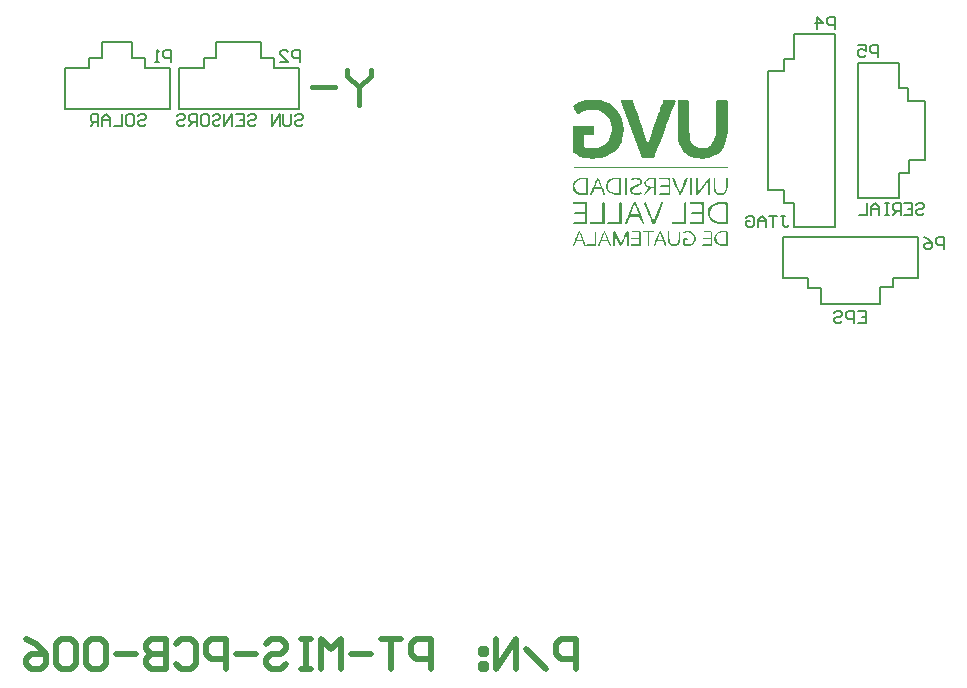
<source format=gbo>
G04*
G04 #@! TF.GenerationSoftware,Altium Limited,Altium Designer,18.1.9 (240)*
G04*
G04 Layer_Color=32896*
%FSLAX25Y25*%
%MOIN*%
G70*
G01*
G75*
%ADD10C,0.00591*%
%ADD39C,0.02000*%
%ADD45C,0.01575*%
G36*
X227200Y213441D02*
X226585Y211749D01*
X225970Y210211D01*
X225431Y208750D01*
X224970Y207366D01*
X224432Y206059D01*
X224047Y204906D01*
X223586Y203753D01*
X223201Y202753D01*
X222817Y201830D01*
X222510Y200908D01*
X221894Y199370D01*
X221433Y198140D01*
X220972Y197063D01*
X220664Y196294D01*
X220433Y195602D01*
X220203Y195141D01*
X220049Y194833D01*
X219972Y194603D01*
X219895Y194526D01*
Y194449D01*
X216051D01*
X208900Y213133D01*
Y213441D01*
X208977Y213518D01*
X209054Y213595D01*
X212744D01*
X212821Y213518D01*
X212898Y213441D01*
X213052Y212979D01*
X213359Y212287D01*
X213667Y211365D01*
X214052Y210288D01*
X214513Y209058D01*
X214974Y207751D01*
X215436Y206444D01*
X215897Y205060D01*
X216281Y203753D01*
X216743Y202522D01*
X217050Y201446D01*
X217358Y200523D01*
X217588Y199831D01*
X217742Y199370D01*
X217819Y199293D01*
Y199216D01*
X218127D01*
X218588Y200523D01*
X218972Y201753D01*
X219357Y202907D01*
X219665Y203983D01*
X220356Y205906D01*
X220895Y207520D01*
X221356Y208904D01*
X221817Y210057D01*
X222125Y211057D01*
X222433Y211826D01*
X222663Y212364D01*
X222817Y212826D01*
X222971Y213133D01*
X223048Y213364D01*
X223125Y213518D01*
X223201Y213595D01*
X227046D01*
X227200Y213441D01*
D02*
G37*
G36*
X244500Y213287D02*
Y203137D01*
X244423Y201523D01*
X244115Y200139D01*
X243731Y198985D01*
X243270Y197909D01*
X242655Y197063D01*
X241963Y196371D01*
X241194Y195756D01*
X240425Y195295D01*
X239733Y194910D01*
X238964Y194603D01*
X238272Y194449D01*
X237657Y194295D01*
X237195Y194218D01*
X236734Y194141D01*
X235965D01*
X234658Y194218D01*
X234043Y194295D01*
X233428Y194449D01*
X232966Y194526D01*
X232582Y194603D01*
X232351Y194679D01*
X232275D01*
X231506Y195064D01*
X230814Y195602D01*
X230275Y196141D01*
X229737Y196679D01*
X229276Y197294D01*
X228968Y197909D01*
X228430Y199139D01*
X228122Y200292D01*
X227969Y201292D01*
X227892Y201600D01*
Y201907D01*
Y202061D01*
Y202138D01*
Y213287D01*
X228122Y213595D01*
X231352D01*
X231582Y213287D01*
Y204906D01*
X231890Y200600D01*
X232351Y199601D01*
X232966Y198832D01*
X233659Y198370D01*
X234350Y197986D01*
X234966Y197755D01*
X235504Y197678D01*
X235811Y197601D01*
X235965D01*
X236811Y197678D01*
X237503Y197832D01*
X238118Y198063D01*
X238656Y198447D01*
X239041Y198832D01*
X239425Y199293D01*
X239964Y200216D01*
X240348Y201215D01*
X240502Y201984D01*
X240579Y202368D01*
Y202599D01*
Y202753D01*
Y202830D01*
Y213287D01*
X240809Y213595D01*
X244269D01*
X244500Y213287D01*
D02*
G37*
G36*
X202364Y213595D02*
X203671Y213133D01*
X204825Y212595D01*
X205824Y211980D01*
X206670Y211288D01*
X207362Y210519D01*
X207977Y209750D01*
X208516Y208904D01*
X208900Y208135D01*
X209208Y207366D01*
X209438Y206674D01*
X209592Y205982D01*
X209669Y205367D01*
X209746Y204906D01*
X209823Y204521D01*
Y204291D01*
Y204214D01*
Y203829D01*
X209746Y202215D01*
X209592Y201523D01*
X209438Y200908D01*
X209361Y200369D01*
X209208Y199985D01*
X209131Y199754D01*
Y199677D01*
X208669Y198678D01*
X208131Y197832D01*
X207439Y197140D01*
X206747Y196448D01*
X205978Y195910D01*
X205209Y195525D01*
X204363Y195141D01*
X203594Y194833D01*
X202134Y194449D01*
X201442Y194295D01*
X200827Y194218D01*
X200365D01*
X199981Y194141D01*
X199366D01*
X197828Y194218D01*
X196598Y194449D01*
X195444Y194833D01*
X194598Y195218D01*
X193906Y195525D01*
X193445Y195910D01*
X193138Y196141D01*
X193061Y196217D01*
Y204906D01*
X193291Y205137D01*
X199673D01*
X199904Y204906D01*
Y202138D01*
X196751D01*
Y198140D01*
X196828Y197986D01*
X197136Y197832D01*
X197597Y197755D01*
X198058Y197678D01*
X198520D01*
X198981Y197601D01*
X199366D01*
X200211Y197678D01*
X200750D01*
X201211Y197755D01*
X201519Y197832D01*
X201672Y197909D01*
X201749D01*
X201826Y197986D01*
X202518Y198293D01*
X203133Y198601D01*
X203671Y198985D01*
X204133Y199447D01*
X204825Y200369D01*
X205286Y201446D01*
X205594Y202368D01*
X205747Y203137D01*
X205824Y203445D01*
Y203676D01*
Y203829D01*
Y203906D01*
X205594Y206136D01*
X205286Y206905D01*
X204902Y207597D01*
X204440Y208135D01*
X203979Y208597D01*
X202979Y209366D01*
X202057Y209904D01*
X201134Y210211D01*
X200365Y210365D01*
X200058Y210442D01*
X199673D01*
X198597Y210365D01*
X197597Y210211D01*
X196751Y209981D01*
X195982Y209673D01*
X195367Y209366D01*
X194906Y209135D01*
X194598Y208981D01*
X194521Y208904D01*
X194368Y209058D01*
X194137Y209366D01*
X193906Y209827D01*
X193599Y210365D01*
X193368Y210826D01*
X193138Y211288D01*
X192984Y211595D01*
X192907Y211749D01*
X193906Y212441D01*
X194906Y212979D01*
X195905Y213287D01*
X196828Y213595D01*
X197674Y213748D01*
X198366Y213825D01*
X199904D01*
X202364Y213595D01*
D02*
G37*
G36*
X244500Y191296D02*
X244269Y190989D01*
X193061D01*
X192907Y191143D01*
X193138Y191373D01*
X244423D01*
X244500Y191296D01*
D02*
G37*
G36*
X238580Y187529D02*
Y182300D01*
X238349Y182070D01*
X238041Y182300D01*
Y186606D01*
X237964D01*
X237426Y185837D01*
X236888Y185222D01*
X236503Y184607D01*
X236119Y184146D01*
X235504Y183300D01*
X234966Y182762D01*
X234658Y182377D01*
X234504Y182223D01*
X234350Y182070D01*
X234197D01*
X233966Y182300D01*
Y187529D01*
X234197Y187836D01*
X234504Y187529D01*
Y183146D01*
X238195Y187836D01*
X238349D01*
X238580Y187529D01*
D02*
G37*
G36*
X231198Y187682D02*
X230814Y186683D01*
X230506Y185837D01*
X230199Y185068D01*
X229891Y184453D01*
X229660Y183915D01*
X229506Y183454D01*
X229276Y183069D01*
X229122Y182762D01*
X228968Y182377D01*
X228814Y182147D01*
X228738Y182070D01*
X228584D01*
X228430Y182223D01*
X228276Y182531D01*
X227892Y183223D01*
X227507Y184146D01*
X227046Y185145D01*
X226661Y186068D01*
X226354Y186914D01*
X226200Y187221D01*
X226123Y187452D01*
X226046Y187606D01*
Y187682D01*
X226200D01*
X226354Y187836D01*
X226508D01*
X226585Y187759D01*
X226661Y187606D01*
X226815Y187375D01*
X226969Y187067D01*
X227277Y186222D01*
X227661Y185376D01*
X227969Y184453D01*
X228276Y183607D01*
X228430Y183300D01*
X228507Y183069D01*
X228584Y182915D01*
Y182838D01*
X228738D01*
X229045Y183684D01*
X229276Y184453D01*
X229583Y185145D01*
X229737Y185760D01*
X229968Y186222D01*
X230122Y186606D01*
X230352Y187221D01*
X230583Y187606D01*
X230660Y187759D01*
X230737Y187836D01*
X231044D01*
X231198Y187682D01*
D02*
G37*
G36*
X244500Y187529D02*
Y184684D01*
X244423Y183761D01*
X244115Y183069D01*
X243731Y182608D01*
X243347Y182300D01*
X242885Y182070D01*
X242578Y181993D01*
X242270Y181916D01*
X242193D01*
X241424Y182070D01*
X240886Y182300D01*
X240425Y182685D01*
X240194Y183069D01*
X240040Y183454D01*
X239887Y183761D01*
Y183992D01*
Y184069D01*
Y187529D01*
X240117Y187836D01*
X240425Y187529D01*
Y184376D01*
X240502Y183838D01*
X240655Y183377D01*
X240963Y182992D01*
X241194Y182762D01*
X241501Y182608D01*
X241809Y182531D01*
X241963Y182454D01*
X242039D01*
X242655Y182531D01*
X243116Y182838D01*
X243500Y183223D01*
X243731Y183607D01*
X243885Y184069D01*
X243962Y184376D01*
Y184684D01*
Y184761D01*
Y187529D01*
X244269Y187836D01*
X244500Y187529D01*
D02*
G37*
G36*
X232582D02*
Y182300D01*
X232275Y182070D01*
X232044Y182300D01*
Y187529D01*
X232275Y187836D01*
X232582Y187529D01*
D02*
G37*
G36*
X225431D02*
Y182300D01*
X225124Y182070D01*
X221971D01*
X221664Y182300D01*
X221971Y182608D01*
X224586D01*
X224816Y182838D01*
Y184684D01*
X222202D01*
X221971Y184915D01*
X222202Y185222D01*
X224816D01*
Y186990D01*
X224586Y187298D01*
X221971D01*
X221664Y187529D01*
X221971Y187836D01*
X225124D01*
X225431Y187529D01*
D02*
G37*
G36*
X220741D02*
Y182300D01*
X220433Y182070D01*
X220126Y182300D01*
Y184376D01*
X218896D01*
X216973Y182070D01*
X216743D01*
X216589Y182147D01*
X217973Y184222D01*
Y184530D01*
X217588Y184607D01*
X217358Y184761D01*
X216973Y185376D01*
X216743Y185914D01*
Y186068D01*
Y186145D01*
X216897Y186683D01*
X217204Y187144D01*
X217742Y187452D01*
X218281Y187606D01*
X218896Y187759D01*
X219434Y187836D01*
X220433D01*
X220741Y187529D01*
D02*
G37*
G36*
X210899Y182300D02*
X210668Y182070D01*
X210361Y182300D01*
Y187529D01*
X210668Y187836D01*
X210899D01*
Y182300D01*
D02*
G37*
G36*
X208977Y187529D02*
Y182300D01*
X208746Y182070D01*
X207516D01*
X206901Y182147D01*
X206363Y182223D01*
X205517Y182531D01*
X204902Y182838D01*
X204517Y183223D01*
X204210Y183607D01*
X204133Y183915D01*
X204056Y184146D01*
Y184222D01*
Y185607D01*
X204133Y185991D01*
X204210Y186375D01*
X204748Y186914D01*
X205363Y187298D01*
X206132Y187529D01*
X206978Y187759D01*
X207593Y187836D01*
X208746D01*
X208977Y187529D01*
D02*
G37*
G36*
X201365Y187682D02*
X201519Y187452D01*
X201903Y186683D01*
X202287Y185760D01*
X202749Y184761D01*
X203133Y183761D01*
X203441Y182915D01*
X203594Y182608D01*
X203671Y182377D01*
X203748Y182223D01*
Y182147D01*
X203671D01*
X203518Y182070D01*
X203364D01*
X203210Y182147D01*
X203056Y182377D01*
X202903Y182685D01*
X202826Y183069D01*
X202672Y183377D01*
X202595Y183684D01*
X202518Y183915D01*
Y183992D01*
X200058D01*
X199827Y183377D01*
X199596Y182915D01*
X199443Y182531D01*
X199289Y182300D01*
X199212Y182147D01*
X199135Y182070D01*
X198827D01*
X198674Y182147D01*
X199058Y183069D01*
X199366Y183838D01*
X199673Y184530D01*
X199904Y185145D01*
X200134Y185683D01*
X200365Y186145D01*
X200673Y186914D01*
X200903Y187375D01*
X201057Y187682D01*
X201134Y187836D01*
X201288D01*
X201365Y187682D01*
D02*
G37*
G36*
X197982Y187529D02*
Y182300D01*
X197751Y182070D01*
X195598D01*
X195137Y182147D01*
X194291Y182454D01*
X193676Y182915D01*
X193291Y183377D01*
X193061Y183838D01*
X192984Y184299D01*
X192907Y184607D01*
Y184684D01*
Y185376D01*
X192984Y185837D01*
X193138Y186222D01*
X193368Y186529D01*
X193599Y186837D01*
X194368Y187221D01*
X195213Y187529D01*
X196136Y187682D01*
X196828Y187836D01*
X197751D01*
X197982Y187529D01*
D02*
G37*
G36*
X214590Y187759D02*
X214974Y187682D01*
X215512Y187375D01*
X215820Y186990D01*
X215897Y186914D01*
Y186837D01*
Y185914D01*
X215359Y185222D01*
X214436Y184838D01*
X213744Y184530D01*
X213283Y184222D01*
X212898Y183992D01*
X212744Y183838D01*
X212667Y183684D01*
X212591Y183530D01*
X212667Y183223D01*
X212821Y182992D01*
X213359Y182685D01*
X213898Y182531D01*
X214052Y182454D01*
X214128D01*
X214667Y182531D01*
X215128Y182762D01*
X215589Y182915D01*
X215666Y182992D01*
X215743D01*
X216051Y182608D01*
X215974Y182454D01*
X215743Y182377D01*
X215436Y182223D01*
X215128Y182147D01*
X214821Y182070D01*
X214513Y181993D01*
X214282Y181916D01*
X214205D01*
X213513Y181993D01*
X212975Y182223D01*
X212591Y182454D01*
X212283Y182762D01*
X212129Y182992D01*
X212052Y183223D01*
Y183377D01*
Y183454D01*
Y183992D01*
X212437Y184684D01*
X213436Y185068D01*
X214128Y185376D01*
X214667Y185607D01*
X214974Y185837D01*
X215205Y185991D01*
X215282Y186068D01*
X215359Y186145D01*
Y186299D01*
X215282Y186606D01*
X215205Y186914D01*
X214744Y187144D01*
X214359Y187298D01*
X213590D01*
X212744Y186990D01*
X212437Y187067D01*
X212360Y187144D01*
X212283Y187221D01*
Y187298D01*
X212437Y187452D01*
X212591Y187606D01*
X213052Y187759D01*
X213436Y187836D01*
X214205D01*
X214590Y187759D01*
D02*
G37*
G36*
X222586Y178379D02*
X222202Y177225D01*
X221817Y176226D01*
X221510Y175380D01*
X221202Y174688D01*
X220972Y174073D01*
X220741Y173535D01*
X220587Y173150D01*
X220433Y172843D01*
X220280Y172612D01*
X220126Y172381D01*
X220049Y172228D01*
X219588D01*
X219511Y172304D01*
X219434Y172535D01*
X219280Y172920D01*
X219049Y173381D01*
X218819Y173919D01*
X218588Y174534D01*
X218050Y175841D01*
X217512Y177149D01*
X217281Y177764D01*
X217050Y178302D01*
X216820Y178763D01*
X216743Y179148D01*
X216589Y179378D01*
Y179455D01*
X216820Y179686D01*
X217127D01*
X217204Y179609D01*
X217358Y179378D01*
X217512Y179071D01*
X217665Y178686D01*
X218050Y177610D01*
X218511Y176457D01*
X218972Y175303D01*
X219357Y174227D01*
X219511Y173842D01*
X219665Y173535D01*
X219741Y173304D01*
Y173227D01*
X219895D01*
X220280Y174304D01*
X220664Y175303D01*
X220972Y176149D01*
X221279Y176918D01*
X221510Y177533D01*
X221664Y178071D01*
X221894Y178456D01*
X222048Y178840D01*
X222279Y179302D01*
X222433Y179532D01*
X222510Y179686D01*
X223048D01*
X222586Y178379D01*
D02*
G37*
G36*
X244500Y179455D02*
Y172535D01*
X244269Y172228D01*
X243193D01*
X242270Y172304D01*
X241501Y172381D01*
X240732Y172612D01*
X240194Y172843D01*
X239656Y173073D01*
X239271Y173458D01*
X238580Y174150D01*
X238272Y174842D01*
X238041Y175380D01*
X237964Y175841D01*
Y175918D01*
Y175995D01*
Y176533D01*
X238041Y176995D01*
X238118Y177456D01*
X238503Y178225D01*
X239118Y178763D01*
X239810Y179148D01*
X240502Y179455D01*
X241040Y179609D01*
X241501Y179686D01*
X244269D01*
X244500Y179455D01*
D02*
G37*
G36*
X236657Y172535D02*
X236426Y172228D01*
X232121D01*
X231890Y172535D01*
Y172689D01*
X232121Y172920D01*
X235965D01*
Y175688D01*
X232582D01*
X232275Y175995D01*
Y176149D01*
X232582Y176380D01*
X235965D01*
Y178840D01*
X235735Y179148D01*
X232044D01*
Y179686D01*
X236657D01*
Y172535D01*
D02*
G37*
G36*
X230737Y179455D02*
Y172535D01*
X230506Y172228D01*
X226046D01*
X225816Y172535D01*
Y172689D01*
X226046Y172920D01*
X229968D01*
Y179455D01*
X230199Y179686D01*
X230506D01*
X230737Y179455D01*
D02*
G37*
G36*
X213975Y179532D02*
X214436Y178379D01*
X214897Y177302D01*
X215282Y176380D01*
X215589Y175534D01*
X215820Y174842D01*
X216051Y174304D01*
X216281Y173766D01*
X216358Y173381D01*
X216512Y173073D01*
X216589Y172766D01*
X216666Y172458D01*
X216743Y172304D01*
Y172228D01*
X216205D01*
X214897Y174842D01*
X211899D01*
X211591Y173996D01*
X211437Y173304D01*
X211207Y172843D01*
X211053Y172535D01*
X210976Y172381D01*
X210899Y172304D01*
X210822Y172228D01*
X210361D01*
X210284Y172381D01*
X210745Y173612D01*
X211130Y174765D01*
X211514Y175688D01*
X211822Y176533D01*
X212129Y177225D01*
X212360Y177841D01*
X212591Y178302D01*
X212744Y178686D01*
X212898Y178994D01*
X213052Y179225D01*
X213206Y179532D01*
X213283Y179686D01*
X213821D01*
X213975Y179532D01*
D02*
G37*
G36*
X209131Y179455D02*
Y172535D01*
X208900Y172228D01*
X204594D01*
X204363Y172535D01*
Y172689D01*
X204594Y172920D01*
X208439D01*
Y179455D01*
X208746Y179686D01*
X208900D01*
X209131Y179455D01*
D02*
G37*
G36*
X203518D02*
Y172535D01*
X203210Y172228D01*
X198981D01*
X198674Y172535D01*
Y172920D01*
X202672D01*
Y179455D01*
X202979Y179686D01*
X203210D01*
X203518Y179455D01*
D02*
G37*
G36*
X197751Y172535D02*
X197443Y172228D01*
X193138D01*
X192907Y172535D01*
Y172689D01*
X193138Y172920D01*
X197059D01*
Y175688D01*
X193599D01*
X193291Y175995D01*
Y176149D01*
X193599Y176380D01*
X197059D01*
Y179148D01*
X193291D01*
X193138Y178994D01*
Y179148D01*
X193061Y179302D01*
Y179686D01*
X197751D01*
Y172535D01*
D02*
G37*
G36*
X211514Y169767D02*
Y165384D01*
X211207Y165077D01*
X210899Y165384D01*
Y168844D01*
X210822D01*
X210361Y167691D01*
X209976Y166845D01*
X209669Y166153D01*
X209438Y165692D01*
X209208Y165384D01*
X209054Y165231D01*
X208977Y165077D01*
X208900D01*
X208823Y165154D01*
X208669Y165231D01*
X208439Y165692D01*
X208054Y166307D01*
X207747Y166999D01*
X207439Y167691D01*
X207208Y168229D01*
X207055Y168691D01*
X206978Y168768D01*
Y168844D01*
X206824D01*
Y165384D01*
X206516Y165077D01*
X206363D01*
Y169767D01*
X206670Y170075D01*
X206824D01*
X208977Y165923D01*
X209284Y166692D01*
X209592Y167307D01*
X209823Y167845D01*
X210053Y168306D01*
X210438Y169075D01*
X210668Y169536D01*
X210822Y169844D01*
X210976Y169998D01*
X211053Y170075D01*
X211207D01*
X211514Y169767D01*
D02*
G37*
G36*
X232198Y169998D02*
X232736Y169767D01*
X233120Y169383D01*
X233428Y168998D01*
X233582Y168537D01*
X233735Y168229D01*
X233812Y167922D01*
Y167845D01*
Y167153D01*
X233735Y166538D01*
X233428Y166000D01*
X233043Y165615D01*
X232582Y165384D01*
X232121Y165154D01*
X231736Y165077D01*
X231429Y165000D01*
X231352D01*
X230814Y165077D01*
X230352Y165154D01*
X230045Y165231D01*
X229891Y165308D01*
X229737Y165384D01*
X229660Y165461D01*
Y165538D01*
Y167461D01*
X229968Y167691D01*
X230890D01*
X231198Y167461D01*
X230890Y167153D01*
X230199D01*
Y165615D01*
X230890Y165538D01*
X231429D01*
X232044Y165615D01*
X232505Y165846D01*
X232890Y166230D01*
X233120Y166615D01*
X233274Y166999D01*
X233351Y167384D01*
Y167614D01*
Y167691D01*
X233274Y168229D01*
X233043Y168691D01*
X232736Y168998D01*
X232351Y169229D01*
X231967Y169460D01*
X231659Y169536D01*
X231429Y169613D01*
X231352D01*
X230814Y169536D01*
X230429Y169460D01*
X230122Y169306D01*
X229968Y169229D01*
X229660Y169536D01*
X229737Y169690D01*
X229891Y169767D01*
X230199Y169921D01*
X230583Y170075D01*
X231582D01*
X232198Y169998D01*
D02*
G37*
G36*
X228738Y169767D02*
Y166922D01*
X228661Y166307D01*
X228430Y165846D01*
X228122Y165461D01*
X227738Y165231D01*
X227354Y165077D01*
X227046Y165000D01*
X226738D01*
X226046Y165154D01*
X225585Y165308D01*
X225201Y165615D01*
X224970Y165846D01*
X224816Y166153D01*
X224739Y166384D01*
Y166538D01*
Y166615D01*
Y169921D01*
X224816Y170075D01*
X225124Y169767D01*
Y167691D01*
X225201Y166999D01*
X225354Y166461D01*
X225585Y166077D01*
X225893Y165846D01*
X226200Y165692D01*
X226431Y165538D01*
X226892D01*
X227354Y165692D01*
X227661Y166000D01*
X227969Y166461D01*
X228122Y166999D01*
X228199Y167461D01*
X228276Y167922D01*
Y168229D01*
Y168383D01*
Y169921D01*
X228430Y170075D01*
X228738Y169767D01*
D02*
G37*
G36*
X244500D02*
Y165384D01*
X244269Y165077D01*
X242578D01*
X241732Y165308D01*
X241117Y165615D01*
X240732Y166000D01*
X240425Y166384D01*
X240271Y166769D01*
X240117Y167153D01*
Y167384D01*
Y167461D01*
X240271Y168306D01*
X240579Y168998D01*
X241117Y169460D01*
X241655Y169767D01*
X242193Y169921D01*
X242731Y170075D01*
X244269D01*
X244500Y169767D01*
D02*
G37*
G36*
X239271D02*
Y165077D01*
X236273D01*
X236119Y165231D01*
X236426Y165538D01*
X238887D01*
Y167307D01*
X236657D01*
X236426Y167614D01*
X236657Y167845D01*
X238887D01*
Y169536D01*
X236273D01*
Y169767D01*
X236580Y170075D01*
X239041D01*
X239271Y169767D01*
D02*
G37*
G36*
X222202Y169998D02*
X222279Y169767D01*
X222586Y169152D01*
X222894Y168460D01*
X223201Y167614D01*
X223586Y166769D01*
X223817Y166077D01*
X224047Y165538D01*
X224124Y165461D01*
Y165384D01*
X223893Y165077D01*
X223355Y165769D01*
X223278Y166077D01*
X223201Y166384D01*
X223048Y166615D01*
X222971Y166769D01*
X220972D01*
X220741Y166230D01*
X220587Y165769D01*
X220433Y165461D01*
X220356Y165308D01*
X220280Y165154D01*
X220203Y165077D01*
X219895D01*
X220203Y165923D01*
X220433Y166692D01*
X220664Y167384D01*
X220895Y167922D01*
X221125Y168383D01*
X221279Y168844D01*
X221510Y169460D01*
X221741Y169767D01*
X221894Y169998D01*
X221971Y170075D01*
X222125D01*
X222202Y169998D01*
D02*
G37*
G36*
X220280Y169767D02*
X220049Y169536D01*
X218357D01*
Y165384D01*
X218127Y165077D01*
X217819Y165384D01*
Y169536D01*
X216205D01*
X215897Y169767D01*
X216205Y170075D01*
X220049D01*
X220280Y169767D01*
D02*
G37*
G36*
X215512D02*
Y165384D01*
X215205Y165077D01*
X212283D01*
X212206Y165231D01*
X212437Y165538D01*
X214897D01*
Y167307D01*
X212744D01*
X212437Y167614D01*
X212744Y167845D01*
X214897D01*
Y169536D01*
X212591D01*
X212283Y169767D01*
X212591Y170075D01*
X215205D01*
X215512Y169767D01*
D02*
G37*
G36*
X203594Y169998D02*
X203671Y169767D01*
X203979Y169229D01*
X204363Y168460D01*
X204671Y167537D01*
X205055Y166692D01*
X205363Y165923D01*
X205517Y165692D01*
X205594Y165461D01*
X205671Y165308D01*
Y165231D01*
X205594D01*
X205440Y165077D01*
X205286Y165154D01*
X205132Y165308D01*
X204978Y165615D01*
X204825Y165923D01*
X204748Y166230D01*
X204671Y166538D01*
X204594Y166692D01*
Y166769D01*
X202364D01*
X202210Y166230D01*
X202057Y165769D01*
X201980Y165461D01*
X201826Y165308D01*
X201749Y165154D01*
X201672Y165077D01*
X201442D01*
X201288Y165231D01*
X201595Y166077D01*
X201903Y166845D01*
X202134Y167461D01*
X202364Y167999D01*
X202595Y168460D01*
X202749Y168844D01*
X202979Y169460D01*
X203210Y169767D01*
X203287Y169998D01*
X203364Y170075D01*
X203518D01*
X203594Y169998D01*
D02*
G37*
G36*
X200596Y169767D02*
Y165384D01*
X200365Y165077D01*
X197597D01*
X197443Y165231D01*
X197751Y165538D01*
X200211D01*
Y169921D01*
X200365Y170075D01*
X200596Y169767D01*
D02*
G37*
G36*
X195213Y169998D02*
X195367Y169844D01*
X195444Y169613D01*
X195598Y169306D01*
X195905Y168537D01*
X196290Y167691D01*
X196598Y166769D01*
X196905Y166000D01*
X196982Y165692D01*
X197059Y165461D01*
X197136Y165308D01*
Y165231D01*
Y165077D01*
X196751D01*
X196521Y165615D01*
X196367Y166077D01*
X196213Y166384D01*
X196136Y166538D01*
X196059Y166692D01*
X195982Y166769D01*
X193983D01*
X193830Y166230D01*
X193676Y165769D01*
X193522Y165461D01*
X193368Y165308D01*
X193291Y165154D01*
X193214Y165077D01*
X193061D01*
X192907Y165231D01*
X193214Y166077D01*
X193522Y166769D01*
X193753Y167384D01*
X193983Y167999D01*
X194137Y168460D01*
X194368Y168844D01*
X194598Y169383D01*
X194752Y169767D01*
X194906Y169998D01*
X194983Y170075D01*
X195137D01*
X195213Y169998D01*
D02*
G37*
%LPC*%
G36*
X220126Y187298D02*
X219357D01*
X218665Y187221D01*
X218127Y187144D01*
X217819Y186914D01*
X217512Y186760D01*
X217358Y186529D01*
X217281Y186299D01*
Y186222D01*
Y186145D01*
X217358Y185683D01*
X217665Y185376D01*
X218050Y185068D01*
X218511Y184915D01*
X218972Y184838D01*
X219357Y184761D01*
X220126D01*
Y187298D01*
D02*
G37*
G36*
X208439D02*
X207747D01*
X206670Y187221D01*
X205901Y186990D01*
X205363Y186683D01*
X204978Y186375D01*
X204748Y185991D01*
X204671Y185683D01*
X204594Y185453D01*
Y185376D01*
Y184761D01*
X204748Y184069D01*
X205055Y183530D01*
X205440Y183146D01*
X205978Y182915D01*
X206516Y182762D01*
X206901Y182608D01*
X208439D01*
Y187298D01*
D02*
G37*
G36*
X201288Y186990D02*
X201134D01*
X200365Y184684D01*
Y184530D01*
X202287D01*
X201288Y186990D01*
D02*
G37*
G36*
X197290Y187298D02*
X196598D01*
X195521Y187221D01*
X194752Y186990D01*
X194214Y186606D01*
X193830Y186299D01*
X193599Y185914D01*
X193522Y185530D01*
X193445Y185299D01*
Y185222D01*
X193522Y184376D01*
X193830Y183684D01*
X194214Y183223D01*
X194675Y182915D01*
X195137Y182762D01*
X195521Y182685D01*
X195829Y182608D01*
X197290D01*
Y187298D01*
D02*
G37*
G36*
X243577Y179148D02*
X242424D01*
X241732Y178994D01*
X241117Y178840D01*
X240579Y178686D01*
X240117Y178456D01*
X239733Y178225D01*
X239195Y177687D01*
X238810Y177072D01*
X238656Y176610D01*
X238580Y176303D01*
Y176149D01*
X238656Y175611D01*
X238733Y175073D01*
X239271Y174304D01*
X239964Y173689D01*
X240732Y173304D01*
X241501Y173073D01*
X242193Y172997D01*
X242731Y172920D01*
X243577D01*
X243885Y173227D01*
Y178840D01*
X243577Y179148D01*
D02*
G37*
G36*
X213590Y178840D02*
X213436D01*
X212283Y175688D01*
Y175534D01*
X214821D01*
X213590Y178840D01*
D02*
G37*
G36*
X243962Y169536D02*
X242578D01*
X241963Y169460D01*
X241501Y169229D01*
X241117Y168921D01*
X240886Y168614D01*
X240732Y168229D01*
X240655Y167922D01*
Y167691D01*
Y167614D01*
X240809Y166922D01*
X241117Y166384D01*
X241578Y166077D01*
X242116Y165769D01*
X242655Y165615D01*
X243116Y165538D01*
X243962D01*
Y169536D01*
D02*
G37*
G36*
X222125Y169383D02*
X221971D01*
X221279Y167307D01*
Y167153D01*
X222817D01*
X222125Y169383D01*
D02*
G37*
G36*
X203671Y169229D02*
X203364D01*
X202672Y167153D01*
X202979D01*
X203518Y167307D01*
X204056Y167153D01*
X204363D01*
X203671Y169229D01*
D02*
G37*
G36*
X195213D02*
X194983D01*
X194291Y167153D01*
X195905D01*
X195213Y169229D01*
D02*
G37*
%LPD*%
D10*
X299673Y154417D02*
X307941D01*
X295441Y145559D02*
Y151268D01*
X299673D01*
Y154417D01*
X263059Y168000D02*
X307941D01*
Y154417D02*
Y168000D01*
X263059Y154417D02*
Y168000D01*
Y154417D02*
X271327D01*
Y151071D02*
Y154417D01*
Y151071D02*
X275559D01*
Y145559D02*
Y151071D01*
Y145559D02*
X295441D01*
X301583Y217673D02*
Y225941D01*
X304732Y213441D02*
X310441D01*
X304732D02*
Y217673D01*
X301583D02*
X304732D01*
X288000Y181059D02*
Y225941D01*
X301583D01*
X288000Y181059D02*
X301583D01*
Y189327D01*
X304929D01*
Y193559D01*
X310441D01*
Y213441D01*
X257825Y183716D02*
Y208224D01*
X280266Y171216D02*
Y235784D01*
X266683Y171216D02*
X280266D01*
X263337Y223284D02*
Y227516D01*
X266683D01*
Y235784D01*
X280266D01*
X257825Y223284D02*
X263337D01*
X257825Y208224D02*
Y223284D01*
Y183716D02*
X263337D01*
Y179484D02*
Y183716D01*
Y179484D02*
X266683D01*
Y171216D02*
Y179484D01*
X23480Y224291D02*
X31748D01*
Y227638D01*
X36079D01*
Y232953D01*
X45921Y232953D01*
X45921Y227638D01*
X50252D01*
Y224291D02*
Y227638D01*
Y224291D02*
X58520D01*
X58520Y210709D01*
X23480D02*
Y224291D01*
Y210709D02*
X58520D01*
X61559Y210709D02*
X101520D01*
X61559D02*
Y224291D01*
X101520Y210709D02*
Y224291D01*
X93252D02*
X101520D01*
X93252D02*
Y227638D01*
X89020D02*
X93252D01*
X89020D02*
Y233150D01*
X73961D02*
X89020D01*
X73961Y227638D02*
Y233150D01*
X69827Y227638D02*
X73961D01*
X69827Y224291D02*
Y227638D01*
X61559Y224291D02*
X69827D01*
X287876Y143436D02*
X290500D01*
Y139500D01*
X287876D01*
X290500Y141468D02*
X289188D01*
X286564Y139500D02*
Y143436D01*
X284596D01*
X283940Y142780D01*
Y141468D01*
X284596Y140812D01*
X286564D01*
X280005Y142780D02*
X280661Y143436D01*
X281973D01*
X282628Y142780D01*
Y142124D01*
X281973Y141468D01*
X280661D01*
X280005Y140812D01*
Y140156D01*
X280661Y139500D01*
X281973D01*
X282628Y140156D01*
X262376Y175152D02*
X263688D01*
X263032D01*
Y171872D01*
X263688Y171216D01*
X264344D01*
X265000Y171872D01*
X261064Y175152D02*
X258440D01*
X259752D01*
Y171216D01*
X257129D02*
Y173840D01*
X255817Y175152D01*
X254505Y173840D01*
Y171216D01*
Y173184D01*
X257129D01*
X250569Y174496D02*
X251225Y175152D01*
X252537D01*
X253193Y174496D01*
Y171872D01*
X252537Y171216D01*
X251225D01*
X250569Y171872D01*
Y173184D01*
X251881D01*
X307376Y178780D02*
X308032Y179436D01*
X309344D01*
X310000Y178780D01*
Y178124D01*
X309344Y177468D01*
X308032D01*
X307376Y176812D01*
Y176156D01*
X308032Y175500D01*
X309344D01*
X310000Y176156D01*
X303440Y179436D02*
X306064D01*
Y175500D01*
X303440D01*
X306064Y177468D02*
X304752D01*
X302129Y175500D02*
Y179436D01*
X300161D01*
X299505Y178780D01*
Y177468D01*
X300161Y176812D01*
X302129D01*
X300817D02*
X299505Y175500D01*
X298193Y179436D02*
X296881D01*
X297537D01*
Y175500D01*
X298193D01*
X296881D01*
X294913D02*
Y178124D01*
X293601Y179436D01*
X292289Y178124D01*
Y175500D01*
Y177468D01*
X294913D01*
X290977Y179436D02*
Y175500D01*
X288353D01*
X100376Y208280D02*
X101032Y208936D01*
X102344D01*
X103000Y208280D01*
Y207624D01*
X102344Y206968D01*
X101032D01*
X100376Y206312D01*
Y205656D01*
X101032Y205000D01*
X102344D01*
X103000Y205656D01*
X99064Y208936D02*
Y205656D01*
X98408Y205000D01*
X97096D01*
X96440Y205656D01*
Y208936D01*
X95129Y205000D02*
Y208936D01*
X92505Y205000D01*
Y208936D01*
X84633Y208280D02*
X85289Y208936D01*
X86601D01*
X87257Y208280D01*
Y207624D01*
X86601Y206968D01*
X85289D01*
X84633Y206312D01*
Y205656D01*
X85289Y205000D01*
X86601D01*
X87257Y205656D01*
X80698Y208936D02*
X83321D01*
Y205000D01*
X80698D01*
X83321Y206968D02*
X82009D01*
X79386Y205000D02*
Y208936D01*
X76762Y205000D01*
Y208936D01*
X72826Y208280D02*
X73482Y208936D01*
X74794D01*
X75450Y208280D01*
Y207624D01*
X74794Y206968D01*
X73482D01*
X72826Y206312D01*
Y205656D01*
X73482Y205000D01*
X74794D01*
X75450Y205656D01*
X69546Y208936D02*
X70858D01*
X71514Y208280D01*
Y205656D01*
X70858Y205000D01*
X69546D01*
X68890Y205656D01*
Y208280D01*
X69546Y208936D01*
X67578Y205000D02*
Y208936D01*
X65610D01*
X64955Y208280D01*
Y206968D01*
X65610Y206312D01*
X67578D01*
X66266D02*
X64955Y205000D01*
X61019Y208280D02*
X61675Y208936D01*
X62987D01*
X63643Y208280D01*
Y207624D01*
X62987Y206968D01*
X61675D01*
X61019Y206312D01*
Y205656D01*
X61675Y205000D01*
X62987D01*
X63643Y205656D01*
X47876Y208280D02*
X48532Y208936D01*
X49844D01*
X50500Y208280D01*
Y207624D01*
X49844Y206968D01*
X48532D01*
X47876Y206312D01*
Y205656D01*
X48532Y205000D01*
X49844D01*
X50500Y205656D01*
X44596Y208936D02*
X45908D01*
X46564Y208280D01*
Y205656D01*
X45908Y205000D01*
X44596D01*
X43940Y205656D01*
Y208280D01*
X44596Y208936D01*
X42628D02*
Y205000D01*
X40005D01*
X38693D02*
Y207624D01*
X37381Y208936D01*
X36069Y207624D01*
Y205000D01*
Y206968D01*
X38693D01*
X34757Y205000D02*
Y208936D01*
X32789D01*
X32133Y208280D01*
Y206968D01*
X32789Y206312D01*
X34757D01*
X33445D02*
X32133Y205000D01*
X280266Y237500D02*
Y241436D01*
X278298D01*
X277642Y240780D01*
Y239468D01*
X278298Y238812D01*
X280266D01*
X274362Y237500D02*
Y241436D01*
X276330Y239468D01*
X273706D01*
X316500Y164000D02*
Y167936D01*
X314532D01*
X313876Y167280D01*
Y165968D01*
X314532Y165312D01*
X316500D01*
X309940Y167936D02*
X311252Y167280D01*
X312564Y165968D01*
Y164656D01*
X311908Y164000D01*
X310596D01*
X309940Y164656D01*
Y165312D01*
X310596Y165968D01*
X312564D01*
X294500Y228000D02*
Y231936D01*
X292532D01*
X291876Y231280D01*
Y229968D01*
X292532Y229312D01*
X294500D01*
X287940Y231936D02*
X290564D01*
Y229968D01*
X289252Y230624D01*
X288596D01*
X287940Y229968D01*
Y228656D01*
X288596Y228000D01*
X289908D01*
X290564Y228656D01*
X58839Y226293D02*
Y230229D01*
X56871D01*
X56215Y229573D01*
Y228261D01*
X56871Y227605D01*
X58839D01*
X54903Y226293D02*
X53591D01*
X54247D01*
Y230229D01*
X54903Y229573D01*
X101803Y226293D02*
Y230229D01*
X99835D01*
X99179Y229573D01*
Y228261D01*
X99835Y227605D01*
X101803D01*
X95244Y226293D02*
X97867D01*
X95244Y228917D01*
Y229573D01*
X95899Y230229D01*
X97211D01*
X97867Y229573D01*
D39*
X193917Y24151D02*
Y34148D01*
X188919D01*
X187253Y32482D01*
Y29150D01*
X188919Y27483D01*
X193917D01*
X183921Y24151D02*
X177256Y30816D01*
X173924Y24151D02*
Y34148D01*
X167259Y24151D01*
Y34148D01*
X163927Y30816D02*
X162261D01*
Y29150D01*
X163927D01*
Y30816D01*
Y25817D02*
X162261D01*
Y24151D01*
X163927D01*
Y25817D01*
X145599Y24151D02*
Y34148D01*
X140601D01*
X138935Y32482D01*
Y29150D01*
X140601Y27483D01*
X145599D01*
X135603Y34148D02*
X128938D01*
X132271D01*
Y24151D01*
X125606Y29150D02*
X118941D01*
X115609Y24151D02*
Y34148D01*
X112277Y30816D01*
X108945Y34148D01*
Y24151D01*
X105612Y34148D02*
X102280D01*
X103946D01*
Y24151D01*
X105612D01*
X102280D01*
X90617Y32482D02*
X92283Y34148D01*
X95616D01*
X97282Y32482D01*
Y30816D01*
X95616Y29150D01*
X92283D01*
X90617Y27483D01*
Y25817D01*
X92283Y24151D01*
X95616D01*
X97282Y25817D01*
X87285Y29150D02*
X80620D01*
X77288Y24151D02*
Y34148D01*
X72290D01*
X70624Y32482D01*
Y29150D01*
X72290Y27483D01*
X77288D01*
X60627Y32482D02*
X62293Y34148D01*
X65625D01*
X67291Y32482D01*
Y25817D01*
X65625Y24151D01*
X62293D01*
X60627Y25817D01*
X57295Y34148D02*
Y24151D01*
X52296D01*
X50630Y25817D01*
Y27483D01*
X52296Y29150D01*
X57295D01*
X52296D01*
X50630Y30816D01*
Y32482D01*
X52296Y34148D01*
X57295D01*
X47298Y29150D02*
X40633D01*
X37301Y32482D02*
X35635Y34148D01*
X32303D01*
X30637Y32482D01*
Y25817D01*
X32303Y24151D01*
X35635D01*
X37301Y25817D01*
Y32482D01*
X27304D02*
X25638Y34148D01*
X22306D01*
X20640Y32482D01*
Y25817D01*
X22306Y24151D01*
X25638D01*
X27304Y25817D01*
Y32482D01*
X10643Y34148D02*
X13975Y32482D01*
X17308Y29150D01*
Y25817D01*
X15642Y24151D01*
X12309D01*
X10643Y25817D01*
Y27483D01*
X12309Y29150D01*
X17308D01*
D45*
X125500Y223807D02*
Y221839D01*
X121564Y217904D01*
X117629Y221839D01*
Y223807D01*
X121564Y217904D02*
Y212000D01*
X113693Y217904D02*
X105821D01*
M02*

</source>
